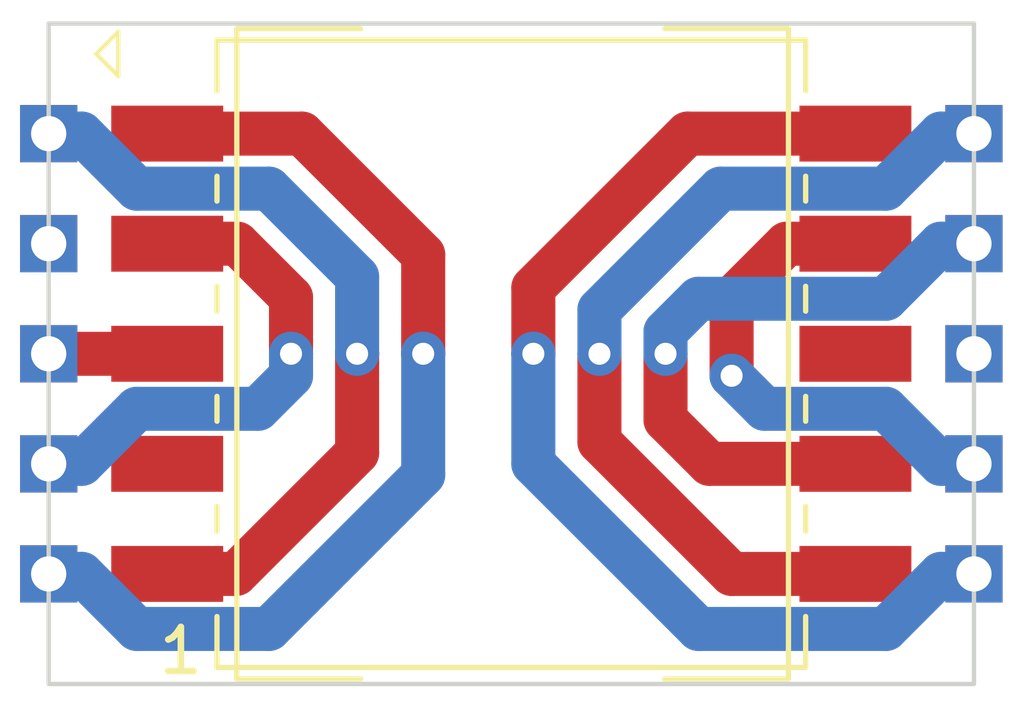
<source format=kicad_pcb>
(kicad_pcb (version 20210623) (generator pcbnew)
  (layers (0 "F.Cu" signal) (31 "B.Cu" signal) (34 "B.Paste" user) (35 "F.Paste" user) (36 "B.SilkS" user "B.Silkscreen") (37 "F.SilkS" user "F.Silkscreen") (38 "B.Mask" user) (39 "F.Mask" user) (44 "Edge.Cuts" user))
  (net 0 "")
  (net 1 "Net-(TR1-Pad1)")
  (net 2 "Net-(TR1-Pad3)")
  (net 3 "Net-(TR1-Pad4)")
  (net 4 "Net-(TR1-Pad5)")
  (net 5 "Net-(TR1-Pad6)")
  (net 6 "Net-(TR1-Pad7)")
  (net 7 "Net-(TR1-Pad9)")
  (net 8 "Net-(TR1-Pad10)")
  (footprint "Scott:Transformer_Dual_TNK_TSE265_Wurth_Castellated" (layer "F.Cu") (at 0 0)
    (fp_text reference "TR1" hide)
    (fp_text value "Transformer_TNK_TSE265" hide)
    (fp_line (start -6.23 7.385) (end -6.23 -7.385) (layer "F.SilkS") (width 0.12))
    (fp_line (start 3.48 7.385) (end 6.29 7.385) (layer "F.SilkS") (width 0.12))
    (fp_line (start -8.92 -7.31) (end -8.92 -6.31) (layer "F.SilkS") (width 0.1))
    (fp_line (start -9.42 -6.81) (end -8.92 -7.31) (layer "F.SilkS") (width 0.1))
    (fp_line (start 6.29 7.385) (end 6.29 -7.385) (layer "F.SilkS") (width 0.12))
    (fp_line (start 3.48 -7.385) (end 6.29 -7.385) (layer "F.SilkS") (width 0.12))
    (fp_line (start -3.42 -7.385) (end -6.23 -7.385) (layer "F.SilkS") (width 0.12))
    (fp_line (start -3.42 7.385) (end -6.23 7.385) (layer "F.SilkS") (width 0.12))
    (fp_line (start -8.92 -6.31) (end -9.42 -6.81) (layer "F.SilkS") (width 0.1))
    (pad "1" thru_hole rect (at -10.5 -5) (size 1.3 1.3) (drill 0.8) (layers *.Cu *.Mask) (net 1 "Net-(TR1-Pad1)"))
    (pad "2" thru_hole rect (at -10.5 -2.5) (size 1.3 1.3) (drill 0.8) (layers *.Cu *.Mask))
    (pad "3" thru_hole rect (at -10.5 0) (size 1.3 1.3) (drill 0.8) (layers *.Cu *.Mask) (net 2 "Net-(TR1-Pad3)"))
    (pad "4" thru_hole rect (at -10.5 2.5) (size 1.3 1.3) (drill 0.8) (layers *.Cu *.Mask) (net 3 "Net-(TR1-Pad4)"))
    (pad "5" thru_hole rect (at -10.5 5) (size 1.3 1.3) (drill 0.8) (layers *.Cu *.Mask) (net 4 "Net-(TR1-Pad5)"))
    (pad "6" thru_hole rect (at 10.5 5) (size 1.3 1.3) (drill 0.8) (layers *.Cu *.Mask) (net 5 "Net-(TR1-Pad6)"))
    (pad "7" thru_hole rect (at 10.5 2.5) (size 1.3 1.3) (drill 0.8) (layers *.Cu *.Mask) (net 6 "Net-(TR1-Pad7)"))
    (pad "8" thru_hole rect (at 10.5 0) (size 1.3 1.3) (drill 0.8) (layers *.Cu *.Mask))
    (pad "9" thru_hole rect (at 10.5 -2.5) (size 1.3 1.3) (drill 0.8) (layers *.Cu *.Mask) (net 7 "Net-(TR1-Pad9)"))
    (pad "10" thru_hole rect (at 10.5 -5) (size 1.3 1.3) (drill 0.8) (layers *.Cu *.Mask) (net 8 "Net-(TR1-Pad10)"))
  )
  (footprint "Scott:Transformer_EP13" (layer "F.Cu") (at 0 0)
    (fp_text reference "TR2" hide)
    (fp_text value "Transformer_TNK_TSE265" hide)
    (fp_line (start 6.6802 -0.96774) (end 6.6802 -1.53226) (layer "F.SilkS") (width 0.12))
    (fp_line (start -6.6802 5.96774) (end -6.6802 7.1247) (layer "F.SilkS") (width 0.12))
    (fp_line (start 6.6802 -7.1247) (end -6.6802 -7.1247) (layer "F.SilkS") (width 0.12))
    (fp_line (start -6.6802 3.46774) (end -6.6802 4.03226) (layer "F.SilkS") (width 0.12))
    (fp_line (start -6.6802 0.96774) (end -6.6802 1.53226) (layer "F.SilkS") (width 0.12))
    (fp_line (start -6.6802 -1.53226) (end -6.6802 -0.96774) (layer "F.SilkS") (width 0.12))
    (fp_line (start -6.6802 7.1247) (end 6.6802 7.1247) (layer "F.SilkS") (width 0.12))
    (fp_line (start -6.6802 -7.1247) (end -6.6802 -5.96774) (layer "F.SilkS") (width 0.12))
    (fp_line (start 6.6802 4.03226) (end 6.6802 3.46774) (layer "F.SilkS") (width 0.12))
    (fp_line (start 6.6802 1.53226) (end 6.6802 0.96774) (layer "F.SilkS") (width 0.12))
    (fp_line (start 6.6802 -5.96774) (end 6.6802 -7.1247) (layer "F.SilkS") (width 0.12))
    (fp_line (start 6.6802 -3.46774) (end 6.6802 -4.03226) (layer "F.SilkS") (width 0.12))
    (fp_line (start -6.6802 -4.03226) (end -6.6802 -3.46774) (layer "F.SilkS") (width 0.12))
    (fp_line (start 6.6802 7.1247) (end 6.6802 5.96774) (layer "F.SilkS") (width 0.12))
    (pad "1" smd rect locked (at -7.81 5) (size 2.54 1.27) (layers "F.Cu" "F.Paste" "F.Mask") (net 1 "Net-(TR1-Pad1)"))
    (pad "2" smd rect locked (at -7.81 2.5) (size 2.54 1.27) (layers "F.Cu" "F.Paste" "F.Mask"))
    (pad "3" smd rect locked (at -7.81 0) (size 2.54 1.27) (layers "F.Cu" "F.Paste" "F.Mask") (net 2 "Net-(TR1-Pad3)"))
    (pad "4" smd rect locked (at -7.81 -2.5) (size 2.54 1.27) (layers "F.Cu" "F.Paste" "F.Mask") (net 3 "Net-(TR1-Pad4)"))
    (pad "5" smd rect locked (at -7.81 -5) (size 2.54 1.27) (layers "F.Cu" "F.Paste" "F.Mask") (net 4 "Net-(TR1-Pad5)"))
    (pad "6" smd rect locked (at 7.81 -5) (size 2.54 1.27) (layers "F.Cu" "F.Paste" "F.Mask") (net 5 "Net-(TR1-Pad6)"))
    (pad "7" smd rect locked (at 7.81 -2.5) (size 2.54 1.27) (layers "F.Cu" "F.Paste" "F.Mask") (net 6 "Net-(TR1-Pad7)"))
    (pad "8" smd rect locked (at 7.81 0) (size 2.54 1.27) (layers "F.Cu" "F.Paste" "F.Mask"))
    (pad "9" smd rect locked (at 7.81 2.5) (size 2.54 1.27) (layers "F.Cu" "F.Paste" "F.Mask") (net 7 "Net-(TR1-Pad9)"))
    (pad "10" smd rect locked (at 7.81 5) (size 2.54 1.27) (layers "F.Cu" "F.Paste" "F.Mask") (net 8 "Net-(TR1-Pad10)"))
  )
  (gr_rect (start -10.5 -7.5) (end 10.5 7.5) (layer "Edge.Cuts") (width 0.1) (fill none))
  (gr_text "1" (at -7.5 6.75) (layer "F.SilkS") (effects (font (size 1 1))))
  (segment (start -6.25 5) (end -7.81 5) (width 1) (layer "F.Cu") (net 1))
  (segment (start -3.5 0) (end -3.5 2.25) (width 1) (layer "F.Cu") (net 1))
  (segment (start -3.5 2.25) (end -6.25 5) (width 1) (layer "F.Cu") (net 1))
  (via (at -3.5 0) (size 1) (drill 0.5) (layers "F.Cu" "B.Cu") (net 1))
  (segment (start -5.5 -3.75) (end -8.5 -3.75) (width 1) (layer "B.Cu") (net 1))
  (segment (start -8.5 -3.75) (end -9.75 -5) (width 1) (layer "B.Cu") (net 1))
  (segment (start -9.75 -5) (end -10.5 -5) (width 1) (layer "B.Cu") (net 1))
  (segment (start -3.5 0) (end -3.5 -1.75) (width 1) (layer "B.Cu") (net 1))
  (segment (start -3.5 -1.75) (end -5.5 -3.75) (width 1) (layer "B.Cu") (net 1))
  (segment (start -7.81 0) (end -10.5 0) (width 1) (layer "F.Cu") (net 2))
  (segment (start -5 -1.28) (end -5 0) (width 1) (layer "F.Cu") (net 3))
  (segment (start -6.22 -2.5) (end -7.81 -2.5) (width 1) (layer "F.Cu") (net 3))
  (segment (start -5 -1.28) (end -6.22 -2.5) (width 1) (layer "F.Cu") (net 3))
  (via (at -5 0) (size 1) (drill 0.5) (layers "F.Cu" "B.Cu") (net 3))
  (segment (start -5 0) (end -5 0.5) (width 1) (layer "B.Cu") (net 3))
  (segment (start -9.75 2.5) (end -10.5 2.5) (width 1) (layer "B.Cu") (net 3))
  (segment (start -8.5 1.25) (end -9.75 2.5) (width 1) (layer "B.Cu") (net 3))
  (segment (start -5.75 1.25) (end -8.5 1.25) (width 1) (layer "B.Cu") (net 3))
  (segment (start -5 0.5) (end -5.75 1.25) (width 1) (layer "B.Cu") (net 3))
  (segment (start -2 -2.25) (end -4.75 -5) (width 1) (layer "F.Cu") (net 4))
  (segment (start -2 0) (end -2 -2.25) (width 1) (layer "F.Cu") (net 4))
  (segment (start -4.75 -5) (end -7.81 -5) (width 1) (layer "F.Cu") (net 4))
  (via (at -2 0) (size 1) (drill 0.5) (layers "F.Cu" "B.Cu") (net 4))
  (segment (start -9.75 5) (end -10.5 5) (width 1) (layer "B.Cu") (net 4))
  (segment (start -8.5 6.25) (end -9.75 5) (width 1) (layer "B.Cu") (net 4))
  (segment (start -5.5 6.25) (end -8.5 6.25) (width 1) (layer "B.Cu") (net 4))
  (segment (start -2 2.75) (end -5.5 6.25) (width 1) (layer "B.Cu") (net 4))
  (segment (start -2 0) (end -2 2.75) (width 1) (layer "B.Cu") (net 4))
  (segment (start 4 -5) (end 7.81 -5) (width 1) (layer "F.Cu") (net 5))
  (segment (start 0.5 0) (end 0.5 -1.5) (width 1) (layer "F.Cu") (net 5))
  (segment (start 0.5 -1.5) (end 4 -5) (width 1) (layer "F.Cu") (net 5))
  (via (at 0.5 0) (size 1) (drill 0.5) (layers "F.Cu" "B.Cu") (net 5))
  (segment (start 4.25 6.25) (end 8.5 6.25) (width 1) (layer "B.Cu") (net 5))
  (segment (start 8.5 6.25) (end 9.75 5) (width 1) (layer "B.Cu") (net 5))
  (segment (start 0.5 2.5) (end 4.25 6.25) (width 1) (layer "B.Cu") (net 5))
  (segment (start 9.75 5) (end 10.5 5) (width 1) (layer "B.Cu") (net 5))
  (segment (start 0.5 0) (end 0.5 2.5) (width 1) (layer "B.Cu") (net 5))
  (segment (start 6.25 -2.5) (end 7.81 -2.5) (width 1) (layer "F.Cu") (net 6))
  (segment (start 5 0.5) (end 5 -1.25) (width 1) (layer "F.Cu") (net 6))
  (segment (start 5 -1.25) (end 6.25 -2.5) (width 1) (layer "F.Cu") (net 6))
  (via (at 5 0.5) (size 1) (drill 0.5) (layers "F.Cu" "B.Cu") (net 6))
  (segment (start 8.5 1.25) (end 9.75 2.5) (width 1) (layer "B.Cu") (net 6))
  (segment (start 5.75 1.25) (end 8.5 1.25) (width 1) (layer "B.Cu") (net 6))
  (segment (start 9.75 2.5) (end 10.5 2.5) (width 1) (layer "B.Cu") (net 6))
  (segment (start 5 0.5) (end 5.75 1.25) (width 1) (layer "B.Cu") (net 6))
  (segment (start 3.5 1.5) (end 3.5 0) (width 1) (layer "F.Cu") (net 7))
  (segment (start 4.5 2.5) (end 3.5 1.5) (width 1) (layer "F.Cu") (net 7))
  (segment (start 7.81 2.5) (end 4.5 2.5) (width 1) (layer "F.Cu") (net 7))
  (via (at 3.5 0) (size 1) (drill 0.5) (layers "F.Cu" "B.Cu") (net 7))
  (segment (start 3.5 -0.5) (end 4.25 -1.25) (width 1) (layer "B.Cu") (net 7))
  (segment (start 8.5 -1.25) (end 9.75 -2.5) (width 1) (layer "B.Cu") (net 7))
  (segment (start 4.25 -1.25) (end 8.5 -1.25) (width 1) (layer "B.Cu") (net 7))
  (segment (start 9.75 -2.5) (end 10.5 -2.5) (width 1) (layer "B.Cu") (net 7))
  (segment (start 3.5 0) (end 3.5 -0.5) (width 1) (layer "B.Cu") (net 7))
  (segment (start 5 5) (end 7.81 5) (width 1) (layer "F.Cu") (net 8))
  (segment (start 2 2) (end 5 5) (width 1) (layer "F.Cu") (net 8))
  (segment (start 2 0) (end 2 2) (width 1) (layer "F.Cu") (net 8))
  (via (at 2 0) (size 1) (drill 0.5) (layers "F.Cu" "B.Cu") (net 8))
  (segment (start 9.75 -5) (end 10.5 -5) (width 1) (layer "B.Cu") (net 8))
  (segment (start 8.5 -3.75) (end 9.75 -5) (width 1) (layer "B.Cu") (net 8))
  (segment (start 4.75 -3.75) (end 8.5 -3.75) (width 1) (layer "B.Cu") (net 8))
  (segment (start 2 0) (end 2 -1) (width 1) (layer "B.Cu") (net 8))
  (segment (start 2 -1) (end 4.75 -3.75) (width 1) (layer "B.Cu") (net 8))
)
</source>
